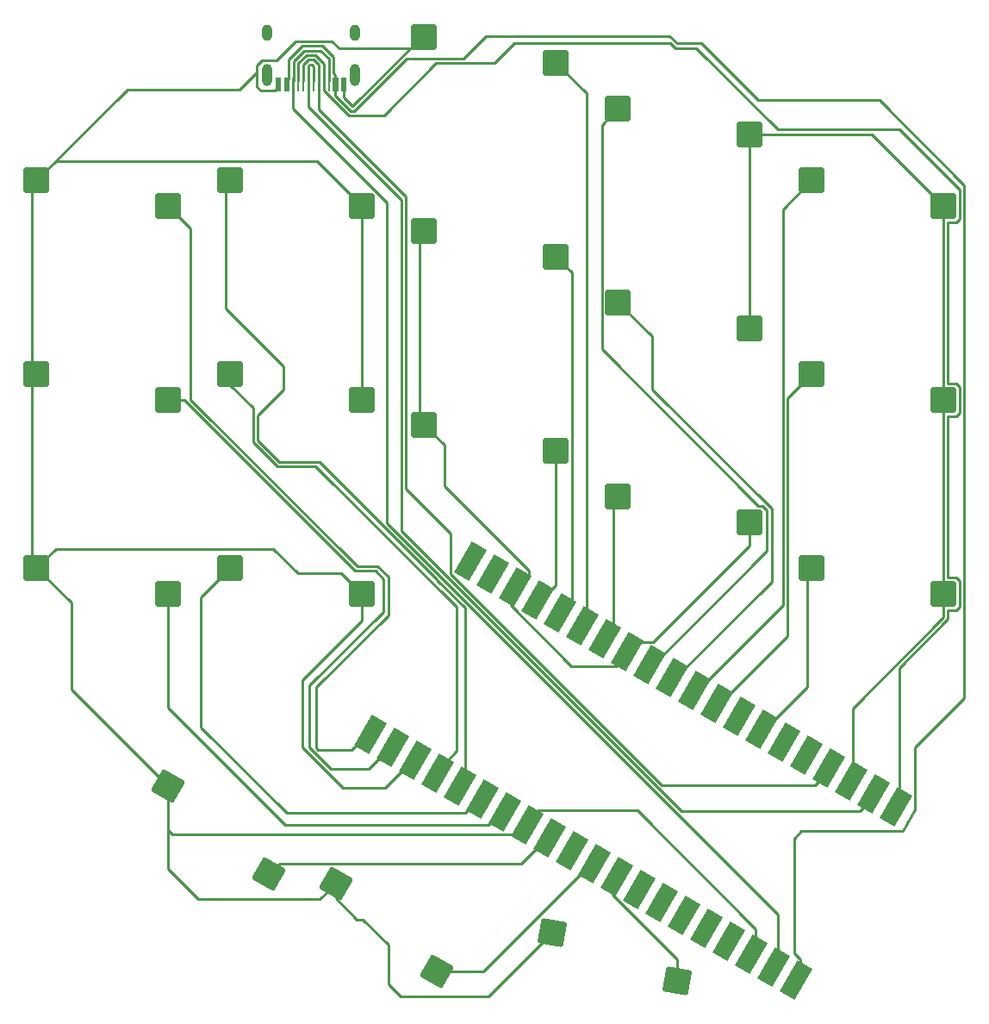
<source format=gbr>
%TF.GenerationSoftware,KiCad,Pcbnew,7.0.9-7.0.9~ubuntu22.04.1*%
%TF.CreationDate,2023-11-28T13:06:28+03:00*%
%TF.ProjectId,Keeb,4b656562-2e6b-4696-9361-645f70636258,rev?*%
%TF.SameCoordinates,Original*%
%TF.FileFunction,Copper,L1,Top*%
%TF.FilePolarity,Positive*%
%FSLAX46Y46*%
G04 Gerber Fmt 4.6, Leading zero omitted, Abs format (unit mm)*
G04 Created by KiCad (PCBNEW 7.0.9-7.0.9~ubuntu22.04.1) date 2023-11-28 13:06:28*
%MOMM*%
%LPD*%
G01*
G04 APERTURE LIST*
G04 Aperture macros list*
%AMRoundRect*
0 Rectangle with rounded corners*
0 $1 Rounding radius*
0 $2 $3 $4 $5 $6 $7 $8 $9 X,Y pos of 4 corners*
0 Add a 4 corners polygon primitive as box body*
4,1,4,$2,$3,$4,$5,$6,$7,$8,$9,$2,$3,0*
0 Add four circle primitives for the rounded corners*
1,1,$1+$1,$2,$3*
1,1,$1+$1,$4,$5*
1,1,$1+$1,$6,$7*
1,1,$1+$1,$8,$9*
0 Add four rect primitives between the rounded corners*
20,1,$1+$1,$2,$3,$4,$5,0*
20,1,$1+$1,$4,$5,$6,$7,0*
20,1,$1+$1,$6,$7,$8,$9,0*
20,1,$1+$1,$8,$9,$2,$3,0*%
%AMRotRect*
0 Rectangle, with rotation*
0 The origin of the aperture is its center*
0 $1 length*
0 $2 width*
0 $3 Rotation angle, in degrees counterclockwise*
0 Add horizontal line*
21,1,$1,$2,0,0,$3*%
G04 Aperture macros list end*
%TA.AperFunction,SMDPad,CuDef*%
%ADD10RotRect,3.500000X1.700000X240.000000*%
%TD*%
%TA.AperFunction,SMDPad,CuDef*%
%ADD11R,0.250000X1.450000*%
%TD*%
%TA.AperFunction,SMDPad,CuDef*%
%ADD12R,0.300000X1.450000*%
%TD*%
%TA.AperFunction,ComponentPad*%
%ADD13RoundRect,0.500000X0.000000X0.600000X0.000000X0.600000X0.000000X-0.600000X0.000000X-0.600000X0*%
%TD*%
%TA.AperFunction,ComponentPad*%
%ADD14RoundRect,0.500000X0.000000X0.300000X0.000000X0.300000X0.000000X-0.300000X0.000000X-0.300000X0*%
%TD*%
%TA.AperFunction,SMDPad,CuDef*%
%ADD15RoundRect,0.250000X1.025000X1.000000X-1.025000X1.000000X-1.025000X-1.000000X1.025000X-1.000000X0*%
%TD*%
%TA.AperFunction,SMDPad,CuDef*%
%ADD16RoundRect,0.250000X1.387676X0.353525X-0.387676X1.378525X-1.387676X-0.353525X0.387676X-1.378525X0*%
%TD*%
%TA.AperFunction,SMDPad,CuDef*%
%ADD17RoundRect,0.250000X1.183076X0.806818X-0.835780X1.162797X-1.183076X-0.806818X0.835780X-1.162797X0*%
%TD*%
%TA.AperFunction,Conductor*%
%ADD18C,0.250000*%
%TD*%
G04 APERTURE END LIST*
D10*
%TO.P,U1,1,GPIO0*%
%TO.N,0*%
X190714140Y-112121499D03*
%TO.P,U1,2,GPIO1*%
%TO.N,1*%
X188514435Y-110851499D03*
%TO.P,U1,3,GND*%
%TO.N,GND*%
X186314731Y-109581499D03*
%TO.P,U1,4,GPIO2*%
%TO.N,2*%
X184115026Y-108311499D03*
%TO.P,U1,5,GPIO3*%
%TO.N,3*%
X181915322Y-107041499D03*
%TO.P,U1,6,GPIO4*%
%TO.N,4*%
X179715617Y-105771499D03*
%TO.P,U1,7,GPIO5*%
%TO.N,5*%
X177515913Y-104501499D03*
%TO.P,U1,8,GND*%
%TO.N,unconnected-(U1-GND-Pad8)*%
X175316208Y-103231499D03*
%TO.P,U1,9,GPIO6*%
%TO.N,6*%
X173116504Y-101961499D03*
%TO.P,U1,10,GPIO7*%
%TO.N,7*%
X170916799Y-100691499D03*
%TO.P,U1,11,GPIO8*%
%TO.N,8*%
X168717095Y-99421499D03*
%TO.P,U1,12,GPIO9*%
%TO.N,9*%
X166517390Y-98151499D03*
%TO.P,U1,13,GND*%
%TO.N,GND*%
X164317686Y-96881499D03*
%TO.P,U1,14,GPIO10*%
%TO.N,10*%
X162117981Y-95611499D03*
%TO.P,U1,15,GPIO11*%
%TO.N,11*%
X159918277Y-94341499D03*
%TO.P,U1,16,GPIO12*%
%TO.N,12*%
X157718572Y-93071499D03*
%TO.P,U1,17,GPIO13*%
%TO.N,13*%
X155518868Y-91801499D03*
%TO.P,U1,18,GND*%
%TO.N,GND*%
X153319163Y-90531499D03*
%TO.P,U1,19,GPIO14*%
%TO.N,14*%
X151119459Y-89261499D03*
%TO.P,U1,20,GPIO15*%
%TO.N,15*%
X148919754Y-87991499D03*
%TO.P,U1,21,GPIO16*%
%TO.N,16*%
X139129754Y-104948277D03*
%TO.P,U1,22,GPIO17*%
%TO.N,17*%
X141329459Y-106218277D03*
%TO.P,U1,23,GND*%
%TO.N,GND*%
X143529163Y-107488277D03*
%TO.P,U1,24,GPIO18*%
%TO.N,18*%
X145728868Y-108758277D03*
%TO.P,U1,25,GPIO19*%
%TO.N,19*%
X147928572Y-110028277D03*
%TO.P,U1,26,GPIO20*%
%TO.N,20*%
X150128277Y-111298277D03*
%TO.P,U1,27,GPIO21*%
%TO.N,21*%
X152327981Y-112568277D03*
%TO.P,U1,28,GND*%
%TO.N,GND*%
X154527686Y-113838277D03*
%TO.P,U1,29,GPIO22*%
%TO.N,22*%
X156727390Y-115108277D03*
%TO.P,U1,30,RUN*%
%TO.N,unconnected-(U1-RUN-Pad30)*%
X158927095Y-116378277D03*
%TO.P,U1,31,GPIO26_ADC0*%
%TO.N,26*%
X161126799Y-117648277D03*
%TO.P,U1,32,GPIO27_ADC1*%
%TO.N,27*%
X163326504Y-118918277D03*
%TO.P,U1,33,AGND*%
%TO.N,unconnected-(U1-AGND-Pad33)*%
X165526208Y-120188277D03*
%TO.P,U1,34,GPIO28_ADC2*%
%TO.N,28*%
X167725913Y-121458277D03*
%TO.P,U1,35,ADC_VREF*%
%TO.N,unconnected-(U1-ADC_VREF-Pad35)*%
X169925617Y-122728277D03*
%TO.P,U1,36,3V3*%
%TO.N,unconnected-(U1-3V3-Pad36)*%
X172125322Y-123998277D03*
%TO.P,U1,37,3V3_EN*%
%TO.N,unconnected-(U1-3V3_EN-Pad37)*%
X174325026Y-125268277D03*
%TO.P,U1,38,GND*%
%TO.N,GND*%
X176524731Y-126538277D03*
%TO.P,U1,39,VSYS*%
%TO.N,VSYS*%
X178724435Y-127808277D03*
%TO.P,U1,40,VBUS*%
%TO.N,3v3*%
X180924140Y-129078277D03*
%TD*%
D11*
%TO.P,J1,A1*%
%TO.N,N/C*%
X136640000Y-41140000D03*
%TO.P,J1,A4*%
X135840000Y-41140000D03*
%TO.P,J1,A5,CC1*%
%TO.N,0*%
X134515000Y-41140000D03*
%TO.P,J1,A6,DP1*%
%TO.N,1*%
X133515000Y-41140000D03*
%TO.P,J1,A7,DN1*%
X133015000Y-41140000D03*
%TO.P,J1,A8,SBU1*%
%TO.N,0*%
X132015000Y-41140000D03*
%TO.P,J1,A9*%
%TO.N,N/C*%
X130690000Y-41140000D03*
%TO.P,J1,A12*%
X129890000Y-41140000D03*
D12*
%TO.P,J1,B1*%
X130165000Y-41140000D03*
%TO.P,J1,B4*%
X130965000Y-41140000D03*
D11*
%TO.P,J1,B5,CC2*%
%TO.N,VSYS*%
X131515000Y-41140000D03*
%TO.P,J1,B6,DP2*%
%TO.N,2*%
X132515000Y-41140000D03*
%TO.P,J1,B7,DN2*%
X134015000Y-41140000D03*
%TO.P,J1,B8,SBU2*%
%TO.N,VSYS*%
X135015000Y-41140000D03*
D12*
%TO.P,J1,B9*%
%TO.N,N/C*%
X135565000Y-41140000D03*
%TO.P,J1,B12*%
X136365000Y-41140000D03*
D13*
%TO.P,J1,S1,SHIELD*%
%TO.N,Net-(J1-SHIELD-PadS1)*%
X137585000Y-40220000D03*
D14*
X137585000Y-36040000D03*
D13*
X128945000Y-40220000D03*
D14*
X128945000Y-36040000D03*
%TD*%
D15*
%TO.P,SW3,1*%
%TO.N,GND*%
X195410000Y-53077944D03*
%TO.P,SW3,2*%
%TO.N,7*%
X182483000Y-50537944D03*
%TD*%
%TO.P,SW4,1*%
%TO.N,GND*%
X195410000Y-72127944D03*
%TO.P,SW4,2*%
%TO.N,6*%
X182483000Y-69587944D03*
%TD*%
%TO.P,SW5,1*%
%TO.N,GND*%
X195410000Y-91177944D03*
%TO.P,SW5,2*%
%TO.N,5*%
X182483000Y-88637944D03*
%TD*%
%TO.P,SW6,1*%
%TO.N,GND*%
X176360000Y-46027944D03*
%TO.P,SW6,2*%
%TO.N,9*%
X163433000Y-43487944D03*
%TD*%
%TO.P,SW7,1*%
%TO.N,GND*%
X176360000Y-65077944D03*
%TO.P,SW7,2*%
%TO.N,8*%
X163433000Y-62537944D03*
%TD*%
%TO.P,SW8,1*%
%TO.N,GND*%
X176360000Y-84127944D03*
%TO.P,SW8,2*%
%TO.N,10*%
X163433000Y-81587944D03*
%TD*%
%TO.P,SW9,1*%
%TO.N,11*%
X157310000Y-38977944D03*
%TO.P,SW9,2*%
%TO.N,GND*%
X144383000Y-36437944D03*
%TD*%
%TO.P,SW10,1*%
%TO.N,12*%
X157310000Y-58027944D03*
%TO.P,SW10,2*%
%TO.N,GND*%
X144383000Y-55487944D03*
%TD*%
%TO.P,SW11,1*%
%TO.N,13*%
X157310000Y-77077944D03*
%TO.P,SW11,2*%
%TO.N,GND*%
X144383000Y-74537944D03*
%TD*%
%TO.P,SW13,1*%
%TO.N,GND*%
X138260000Y-53077944D03*
%TO.P,SW13,2*%
%TO.N,19*%
X125333000Y-50537944D03*
%TD*%
%TO.P,SW14,1*%
%TO.N,GND*%
X138260000Y-72127944D03*
%TO.P,SW14,2*%
%TO.N,18*%
X125333000Y-69587944D03*
%TD*%
%TO.P,SW15,1*%
%TO.N,GND*%
X138260000Y-91177944D03*
%TO.P,SW15,2*%
%TO.N,20*%
X125333000Y-88637944D03*
%TD*%
D16*
%TO.P,SW16,1*%
%TO.N,26*%
X145618147Y-128250306D03*
%TO.P,SW16,2*%
%TO.N,GND*%
X135693037Y-119587102D03*
%TD*%
D15*
%TO.P,SW17,1*%
%TO.N,16*%
X119210000Y-53077944D03*
%TO.P,SW17,2*%
%TO.N,GND*%
X106283000Y-50537944D03*
%TD*%
%TO.P,SW18,1*%
%TO.N,17*%
X119210000Y-72127944D03*
%TO.P,SW18,2*%
%TO.N,GND*%
X106283000Y-69587944D03*
%TD*%
%TO.P,SW19,1*%
%TO.N,21*%
X119210000Y-91177944D03*
%TO.P,SW19,2*%
%TO.N,GND*%
X106283000Y-88637944D03*
%TD*%
D16*
%TO.P,SW20,1*%
%TO.N,22*%
X129120363Y-118725306D03*
%TO.P,SW20,2*%
%TO.N,GND*%
X119195253Y-110062102D03*
%TD*%
D17*
%TO.P,SW1,1*%
%TO.N,27*%
X169215606Y-129196753D03*
%TO.P,SW1,2*%
%TO.N,GND*%
X156926063Y-124450591D03*
%TD*%
D18*
%TO.N,9*%
X161840000Y-63790044D02*
X161840000Y-67140000D01*
X161840000Y-67140000D02*
X177220000Y-82520000D01*
X178070000Y-82992844D02*
X178070000Y-86928312D01*
X161833000Y-63783044D02*
X161840000Y-63790044D01*
X161833000Y-45087944D02*
X161833000Y-63783044D01*
X163433000Y-43487944D02*
X161833000Y-45087944D01*
X177220000Y-82520000D02*
X177597156Y-82520000D01*
X178070000Y-86928312D02*
X166067390Y-98930922D01*
X177597156Y-82520000D02*
X178070000Y-82992844D01*
%TO.N,10*%
X162945000Y-95113903D02*
X161667981Y-96390922D01*
X163433000Y-81587944D02*
X162945000Y-82075944D01*
X162945000Y-82075944D02*
X162945000Y-95113903D01*
%TO.N,11*%
X157310000Y-38977944D02*
X160318277Y-41986221D01*
X160318277Y-41986221D02*
X160318277Y-94270922D01*
X160318277Y-94270922D02*
X159468277Y-95120922D01*
%TO.N,13*%
X157310000Y-77077944D02*
X157310000Y-90339790D01*
X157310000Y-90339790D02*
X155068868Y-92580922D01*
%TO.N,16*%
X133770000Y-100330000D02*
X133770000Y-106297208D01*
X133770000Y-106297208D02*
X133942792Y-106470000D01*
X137278608Y-106470000D02*
X139579754Y-104168854D01*
X139786396Y-88460000D02*
X140840000Y-89513604D01*
X121420000Y-72080000D02*
X137800000Y-88460000D01*
X140840000Y-93260000D02*
X133770000Y-100330000D01*
X133942792Y-106470000D02*
X137278608Y-106470000D01*
X137800000Y-88460000D02*
X139786396Y-88460000D01*
X140840000Y-89513604D02*
X140840000Y-93260000D01*
X121420000Y-55287944D02*
X121420000Y-72080000D01*
X119210000Y-53077944D02*
X121420000Y-55287944D01*
%TO.N,17*%
X133120000Y-100180000D02*
X133120000Y-106283604D01*
X139600000Y-88910000D02*
X140390000Y-89700000D01*
X135166396Y-108330000D02*
X138888313Y-108330000D01*
X133120000Y-106283604D02*
X135166396Y-108330000D01*
X138888313Y-108330000D02*
X141779459Y-105438854D01*
X119210000Y-72127944D02*
X120831548Y-72127944D01*
X120831548Y-72127944D02*
X137613604Y-88910000D01*
X137613604Y-88910000D02*
X139600000Y-88910000D01*
X140390000Y-89700000D02*
X140390000Y-92910000D01*
X140390000Y-92910000D02*
X133120000Y-100180000D01*
%TO.N,18*%
X127560000Y-76266396D02*
X127560000Y-72880000D01*
X147540000Y-106617722D02*
X147540000Y-92460000D01*
X127560000Y-72880000D02*
X125333000Y-70653000D01*
X147540000Y-92460000D02*
X133720000Y-78640000D01*
X125333000Y-70653000D02*
X125333000Y-69587944D01*
X133720000Y-78640000D02*
X129933604Y-78640000D01*
X146178868Y-107978854D02*
X147540000Y-106617722D01*
X129933604Y-78640000D02*
X127560000Y-76266396D01*
%TO.N,19*%
X130535000Y-71095000D02*
X128010000Y-73620000D01*
X145633632Y-89743632D02*
X145633632Y-89775851D01*
X125333000Y-50537944D02*
X124845000Y-51025944D01*
X130535000Y-68800938D02*
X130535000Y-71095000D01*
X124845000Y-51025944D02*
X124845000Y-63110938D01*
X128010000Y-76080000D02*
X130120000Y-78190000D01*
X124845000Y-63110938D02*
X130535000Y-68800938D01*
X145633632Y-89775851D02*
X148378572Y-92520791D01*
X130120000Y-78190000D02*
X134080000Y-78190000D01*
X148378572Y-92520791D02*
X148378572Y-109248854D01*
X128010000Y-73620000D02*
X128010000Y-76080000D01*
X134080000Y-78190000D02*
X145633632Y-89743632D01*
%TO.N,20*%
X122425472Y-104265472D02*
X130870000Y-112710000D01*
X148387131Y-112710000D02*
X150578277Y-110518854D01*
X130870000Y-112710000D02*
X148387131Y-112710000D01*
X125333000Y-88637944D02*
X122425472Y-91545472D01*
X122425472Y-91545472D02*
X122425472Y-104265472D01*
%TO.N,27*%
X162926504Y-120749859D02*
X162926504Y-118988854D01*
X169215606Y-127038961D02*
X162926504Y-120749859D01*
X169215606Y-129196753D02*
X169215606Y-127038961D01*
X162926504Y-118988854D02*
X163776504Y-118138854D01*
%TO.N,21*%
X119210000Y-102380000D02*
X119210000Y-91177944D01*
X130690000Y-113860000D02*
X119210000Y-102380000D01*
X150706835Y-113860000D02*
X130690000Y-113860000D01*
X152777981Y-111788854D02*
X150706835Y-113860000D01*
%TO.N,22*%
X153875385Y-117630859D02*
X157177390Y-114328854D01*
X130214810Y-117630859D02*
X153875385Y-117630859D01*
X129120363Y-118725306D02*
X130214810Y-117630859D01*
%TO.N,26*%
X150195347Y-128250306D02*
X161576799Y-116868854D01*
X145618147Y-128250306D02*
X150195347Y-128250306D01*
%TO.N,GND*%
X144383000Y-55487944D02*
X143895000Y-55975944D01*
X150679143Y-130697511D02*
X142093999Y-130697511D01*
X140881914Y-129485426D02*
X140881914Y-125660016D01*
X146395000Y-76549944D02*
X146395000Y-80585000D01*
X136465000Y-42395000D02*
X137340000Y-43270000D01*
X109700000Y-92054944D02*
X109700000Y-100566849D01*
X135693037Y-121065493D02*
X135693037Y-119587102D01*
X195410000Y-93480711D02*
X186486974Y-102403737D01*
X138260000Y-53077944D02*
X133820000Y-48637944D01*
X142093999Y-130697511D02*
X140881914Y-129485426D01*
X127930000Y-39930000D02*
X127930000Y-39310000D01*
X130065000Y-40790000D02*
X130065000Y-41365000D01*
X138260000Y-53077944D02*
X138260000Y-72127944D01*
X144172056Y-36437944D02*
X144383000Y-36437944D01*
X158839248Y-98283165D02*
X163245443Y-98283165D01*
X136465000Y-40790000D02*
X136465000Y-42395000D01*
X122145816Y-121172511D02*
X119195253Y-118221948D01*
X153202719Y-114833821D02*
X119619074Y-114833821D01*
X132410000Y-99650000D02*
X132410000Y-106210000D01*
X195410000Y-53077944D02*
X188360000Y-46027944D01*
X152869163Y-92313080D02*
X158839248Y-98283165D01*
X134107628Y-121172511D02*
X122145816Y-121172511D01*
X163245443Y-98283165D02*
X163867686Y-97660922D01*
X127930000Y-41370000D02*
X127930000Y-39930000D01*
X143250944Y-37570000D02*
X144383000Y-36437944D01*
X131730000Y-36870000D02*
X135320000Y-36870000D01*
X140881914Y-125660016D02*
X138360000Y-123138102D01*
X176360000Y-86430711D02*
X166904756Y-95885955D01*
X140508017Y-110180000D02*
X143979163Y-106708854D01*
X108183000Y-86737944D02*
X106283000Y-88637944D01*
X128320000Y-41760000D02*
X127930000Y-41370000D01*
X135693037Y-119587102D02*
X134107628Y-121172511D01*
X105795000Y-70075944D02*
X105795000Y-88149944D01*
X106283000Y-69587944D02*
X105795000Y-70075944D01*
X108183000Y-48637944D02*
X106283000Y-50537944D01*
X195410000Y-91177944D02*
X195410000Y-72127944D01*
X154977686Y-113058854D02*
X155599929Y-112436611D01*
X119619074Y-114833821D02*
X119195253Y-114410000D01*
X119195253Y-114410000D02*
X119195253Y-110062102D01*
X133820000Y-48637944D02*
X108183000Y-48637944D01*
X126230000Y-41630000D02*
X127930000Y-39930000D01*
X176360000Y-46027944D02*
X176360000Y-65077944D01*
X176974731Y-124104731D02*
X176974731Y-125758854D01*
X144383000Y-74537944D02*
X146395000Y-76549944D01*
X129670000Y-41760000D02*
X128320000Y-41760000D01*
X154977686Y-113058854D02*
X153202719Y-114833821D01*
X188360000Y-46027944D02*
X176360000Y-46027944D01*
X152869163Y-91310922D02*
X152869163Y-92313080D01*
X105795000Y-51025944D02*
X105795000Y-69099944D01*
X119195253Y-118221948D02*
X119195253Y-114410000D01*
X138260000Y-91177944D02*
X138260000Y-93800000D01*
X129535152Y-86737944D02*
X108183000Y-86737944D01*
X127930000Y-39310000D02*
X128470000Y-38770000D01*
X136262056Y-89180000D02*
X131977208Y-89180000D01*
X176360000Y-84127944D02*
X176360000Y-86430711D01*
X186486974Y-109738679D02*
X185864731Y-110360922D01*
X137765646Y-123138102D02*
X135693037Y-121065493D01*
X136020000Y-37570000D02*
X143250944Y-37570000D01*
X154670000Y-89510085D02*
X152869163Y-91310922D01*
X105795000Y-69099944D02*
X106283000Y-69587944D01*
X143895000Y-55975944D02*
X143895000Y-74049944D01*
X195410000Y-91177944D02*
X195410000Y-93480711D01*
X136380000Y-110180000D02*
X140508017Y-110180000D01*
X138360000Y-123138102D02*
X137765646Y-123138102D01*
X135320000Y-36870000D02*
X136020000Y-37570000D01*
X143895000Y-74049944D02*
X144383000Y-74537944D01*
X155599929Y-112436611D02*
X165306611Y-112436611D01*
X132410000Y-106210000D02*
X136380000Y-110180000D01*
X138260000Y-93800000D02*
X132410000Y-99650000D01*
X106283000Y-50537944D02*
X105795000Y-51025944D01*
X115190944Y-41630000D02*
X126230000Y-41630000D01*
X137340000Y-43270000D02*
X144172056Y-36437944D01*
X138260000Y-91177944D02*
X136262056Y-89180000D01*
X156926063Y-124450591D02*
X150679143Y-130697511D01*
X165306611Y-112436611D02*
X176974731Y-124104731D01*
X166904756Y-95885955D02*
X165642653Y-95885955D01*
X128470000Y-38770000D02*
X129830000Y-38770000D01*
X130065000Y-41365000D02*
X129670000Y-41760000D01*
X129830000Y-38770000D02*
X131730000Y-36870000D01*
X106283000Y-50537944D02*
X115190944Y-41630000D01*
X146395000Y-80585000D02*
X154670000Y-88860000D01*
X105795000Y-88149944D02*
X106283000Y-88637944D01*
X106283000Y-88637944D02*
X109700000Y-92054944D01*
X165642653Y-95885955D02*
X163867686Y-97660922D01*
X195410000Y-72127944D02*
X195410000Y-53077944D01*
X154670000Y-88860000D02*
X154670000Y-89510085D01*
X109700000Y-100566849D02*
X119195253Y-110062102D01*
X131977208Y-89180000D02*
X129535152Y-86737944D01*
X186486974Y-102403737D02*
X186486974Y-109738679D01*
%TO.N,3v3*%
X171574417Y-37110000D02*
X169230000Y-37110000D01*
X181374140Y-127096773D02*
X180745000Y-126467633D01*
X177162071Y-42697654D02*
X171574417Y-37110000D01*
X169230000Y-37110000D02*
X168495000Y-36375000D01*
X192650262Y-112371248D02*
X192650262Y-106209738D01*
X197460000Y-51044710D02*
X189112944Y-42697654D01*
X197460000Y-101400000D02*
X197460000Y-51044710D01*
X135465000Y-38419416D02*
X135465000Y-40028604D01*
X180745000Y-126467633D02*
X180745000Y-115175000D01*
X181466689Y-114453311D02*
X191446689Y-114453311D01*
X131040000Y-40615000D02*
X131040000Y-39913604D01*
X131090000Y-38684416D02*
X132424416Y-37350000D01*
X130865000Y-40790000D02*
X131040000Y-40615000D01*
X135665000Y-40228604D02*
X135665000Y-40790000D01*
X189112944Y-42697654D02*
X177162071Y-42697654D01*
X181374140Y-128298854D02*
X181374140Y-127096773D01*
X150434950Y-36375000D02*
X148219950Y-38590000D01*
X131040000Y-39913604D02*
X131090000Y-39863604D01*
X192650262Y-106209738D02*
X197460000Y-101400000D01*
X131090000Y-39863604D02*
X131090000Y-38684416D01*
X134395584Y-37350000D02*
X135465000Y-38419416D01*
X142656396Y-38590000D02*
X137526396Y-43720000D01*
X135465000Y-40028604D02*
X135665000Y-40228604D01*
X137153604Y-43720000D02*
X135665000Y-42231396D01*
X180745000Y-115175000D02*
X181466689Y-114453311D01*
X137526396Y-43720000D02*
X137153604Y-43720000D01*
X148219950Y-38590000D02*
X142656396Y-38590000D01*
X168495000Y-36375000D02*
X150434950Y-36375000D01*
X132424416Y-37350000D02*
X134395584Y-37350000D01*
X135665000Y-42231396D02*
X135665000Y-40790000D01*
X191446689Y-114453311D02*
X192650262Y-112371248D01*
%TO.N,0*%
X132015000Y-39032208D02*
X132797208Y-38250000D01*
X195860000Y-54652944D02*
X195860000Y-70552944D01*
X168561548Y-37077944D02*
X169043604Y-37560000D01*
X151280000Y-39040000D02*
X153242056Y-37077944D01*
X136967208Y-44170000D02*
X140420000Y-44170000D01*
X134515000Y-40790000D02*
X134515000Y-41717792D01*
X191114140Y-98412967D02*
X191114140Y-112050922D01*
X194960641Y-49420641D02*
X197010000Y-51470000D01*
X196680100Y-89602944D02*
X197010000Y-89932844D01*
X196680100Y-54652944D02*
X195860000Y-54652944D01*
X140420000Y-44170000D02*
X145550000Y-39040000D01*
X195860000Y-73702944D02*
X195860000Y-89602944D01*
X196680100Y-92752944D02*
X195860000Y-92752944D01*
X197010000Y-51470000D02*
X197010000Y-54323044D01*
X195860000Y-70552944D02*
X196680100Y-70552944D01*
X179111548Y-45577944D02*
X191107303Y-45577944D01*
X197010000Y-70882844D02*
X197010000Y-73373044D01*
X197010000Y-54323044D02*
X196680100Y-54652944D01*
X133682792Y-38250000D02*
X134515000Y-39082208D01*
X197010000Y-89932844D02*
X197010000Y-92423044D01*
X132797208Y-38250000D02*
X133682792Y-38250000D01*
X134515000Y-41717792D02*
X136967208Y-44170000D01*
X134515000Y-39082208D02*
X134515000Y-40790000D01*
X195860000Y-92752944D02*
X195860000Y-93667107D01*
X196680100Y-73702944D02*
X195860000Y-73702944D01*
X195860000Y-93667107D02*
X191114140Y-98412967D01*
X169043604Y-37560000D02*
X171093604Y-37560000D01*
X196680100Y-70552944D02*
X197010000Y-70882844D01*
X197010000Y-92423044D02*
X196680100Y-92752944D01*
X191107303Y-45577944D02*
X194950000Y-49420641D01*
X191114140Y-112050922D02*
X190264140Y-112900922D01*
X153242056Y-37077944D02*
X168561548Y-37077944D01*
X145550000Y-39040000D02*
X151280000Y-39040000D01*
X197010000Y-73373044D02*
X196680100Y-73702944D01*
X132015000Y-40790000D02*
X132015000Y-39032208D01*
X194950000Y-49420641D02*
X194960641Y-49420641D01*
X195860000Y-89602944D02*
X196680100Y-89602944D01*
X171093604Y-37560000D02*
X179111548Y-45577944D01*
%TO.N,1*%
X146533632Y-89403059D02*
X146533632Y-89370840D01*
X142160000Y-84997208D02*
X142160000Y-52505852D01*
X167521495Y-110390922D02*
X146533632Y-89403059D01*
X187214435Y-112480922D02*
X169643714Y-112480922D01*
X133515000Y-39355000D02*
X133515000Y-40790000D01*
X167553714Y-110390922D02*
X167521495Y-110390922D01*
X188064435Y-111630922D02*
X187214435Y-112480922D01*
X142160000Y-52505852D02*
X133015000Y-43360852D01*
X133310000Y-39150000D02*
X133515000Y-39355000D01*
X169643714Y-112480922D02*
X167553714Y-110390922D01*
X133015000Y-40790000D02*
X133015000Y-39305000D01*
X133170000Y-39150000D02*
X133310000Y-39150000D01*
X146533632Y-89370840D02*
X142160000Y-84997208D01*
X133015000Y-39305000D02*
X133170000Y-39150000D01*
X133015000Y-43360852D02*
X133015000Y-40790000D01*
%TO.N,6*%
X180090000Y-95317426D02*
X172666504Y-102740922D01*
X180090000Y-71980944D02*
X180090000Y-95317426D01*
X182483000Y-69587944D02*
X180090000Y-71980944D01*
%TO.N,7*%
X179640000Y-92297721D02*
X170466799Y-101470922D01*
X179640000Y-53380944D02*
X179640000Y-92297721D01*
X182483000Y-50537944D02*
X179640000Y-53380944D01*
%TO.N,8*%
X166786396Y-71072844D02*
X178520000Y-82806448D01*
X178520000Y-82806448D02*
X178520000Y-89948017D01*
X166786396Y-65891340D02*
X166786396Y-71072844D01*
X163433000Y-62537944D02*
X166786396Y-65891340D01*
X178520000Y-89948017D02*
X168267095Y-100200922D01*
%TO.N,5*%
X181995000Y-100351835D02*
X177065913Y-105280922D01*
X182483000Y-88637944D02*
X181995000Y-89125944D01*
X181995000Y-89125944D02*
X181995000Y-100351835D01*
%TO.N,2*%
X132515000Y-39168604D02*
X132983604Y-38700000D01*
X142610000Y-80834999D02*
X142610000Y-52170000D01*
X142610000Y-52170000D02*
X134015000Y-43575000D01*
X146983632Y-89216663D02*
X146983632Y-85208631D01*
X134015000Y-43575000D02*
X134015000Y-40790000D01*
X134015000Y-39218604D02*
X134015000Y-40790000D01*
X167707891Y-109940922D02*
X146983632Y-89216663D01*
X182815026Y-109940922D02*
X167707891Y-109940922D01*
X183665026Y-109090922D02*
X182815026Y-109940922D01*
X132515000Y-40790000D02*
X132515000Y-39168604D01*
X132983604Y-38700000D02*
X133496396Y-38700000D01*
X133496396Y-38700000D02*
X134015000Y-39218604D01*
X146983632Y-85208631D02*
X142610000Y-80834999D01*
%TO.N,12*%
X158910000Y-92209494D02*
X157268572Y-93850922D01*
X158910000Y-59627944D02*
X158910000Y-92209494D01*
X157310000Y-58027944D02*
X158910000Y-59627944D01*
%TO.N,VSYS*%
X179174435Y-127028854D02*
X179174435Y-122680258D01*
X131515000Y-43487844D02*
X131515000Y-40790000D01*
X135015000Y-38605812D02*
X135015000Y-40790000D01*
X131540000Y-38870812D02*
X132610812Y-37800000D01*
X140740000Y-52712844D02*
X131515000Y-43487844D01*
X131515000Y-40790000D02*
X131540000Y-40765000D01*
X140740000Y-84213604D02*
X140740000Y-52712844D01*
X132610812Y-37800000D02*
X134209188Y-37800000D01*
X179174435Y-122680258D02*
X146083632Y-89589455D01*
X134209188Y-37800000D02*
X135015000Y-38605812D01*
X146083632Y-89557236D02*
X140740000Y-84213604D01*
X131540000Y-40765000D02*
X131540000Y-38870812D01*
X146083632Y-89589455D02*
X146083632Y-89557236D01*
%TD*%
M02*

</source>
